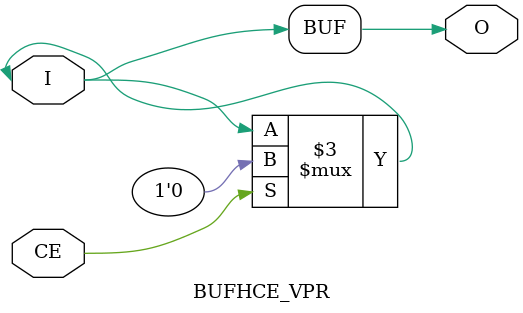
<source format=v>
module CE_VCC (output VCC);
wire VCC = 1;
endmodule

module SR_GND (output GND);
wire GND = 0;
endmodule

module SYN_OBUF(input I, output O);
  assign O = I;
endmodule

module SYN_IBUF(input I, output O);
  assign O = I;
endmodule

module FDRE_ZINI (output reg Q, input C, CE, D, R);
  parameter [0:0] ZINI = 1'b0;
  parameter [0:0] IS_C_INVERTED = 1'b0;
  initial Q <= !ZINI;
  generate case (|IS_C_INVERTED)
    1'b0: always @(posedge C) if (R) Q <= 1'b0; else if (CE) Q <= D;
    1'b1: always @(negedge C) if (R) Q <= 1'b0; else if (CE) Q <= D;
  endcase endgenerate
endmodule

module FDSE_ZINI (output reg Q, input C, CE, D, S);
  parameter [0:0] ZINI = 1'b0;
  parameter [0:0] IS_C_INVERTED = 1'b0;
  initial Q <= !ZINI;
  generate case (|IS_C_INVERTED)
    1'b0: always @(posedge C) if (S) Q <= 1'b1; else if (CE) Q <= D;
    1'b1: always @(negedge C) if (S) Q <= 1'b1; else if (CE) Q <= D;
  endcase endgenerate
endmodule

module FDCE_ZINI (output reg Q, input C, CE, D, CLR);
  parameter [0:0] ZINI = 1'b0;
  parameter [0:0] IS_C_INVERTED = 1'b0;
  initial Q <= !ZINI;
  generate case (|IS_C_INVERTED)
    1'b0: always @(posedge C, posedge CLR) if (CLR) Q <= 1'b0; else if (CE) Q <= D;
    1'b1: always @(negedge C, posedge CLR) if (CLR) Q <= 1'b0; else if (CE) Q <= D;
  endcase endgenerate
endmodule

module FDPE_ZINI (output reg Q, input C, CE, D, PRE);
  parameter [0:0] ZINI = 1'b0;
  parameter [0:0] IS_C_INVERTED = 1'b0;
  initial Q <= !ZINI;
  generate case (|IS_C_INVERTED)
    1'b0: always @(posedge C, posedge PRE) if (PRE) Q <= 1'b1; else if (CE) Q <= D;
    1'b1: always @(negedge C, posedge PRE) if (PRE) Q <= 1'b1; else if (CE) Q <= D;
  endcase endgenerate
endmodule

// ============================================================================
// LUT related muxes

module MUXF6(output O, input I0, I1, S);
  assign O = S ? I1 : I0;
endmodule

// ============================================================================
// Carry chain primitives

module CARRY4_VPR(O0, O1, O2, O3, CO_CHAIN, CO_FABRIC0, CO_FABRIC1, CO_FABRIC2, CO_FABRIC3, CYINIT, CIN, DI0, DI1, DI2, DI3, S0, S1, S2, S3);
  parameter CYINIT_AX = 1'b0;
  parameter CYINIT_C0 = 1'b0;
  parameter CYINIT_C1 = 1'b0;

  (* DELAY_CONST_CYINIT="0.491e-9" *)
  (* DELAY_CONST_CIN="0.235e-9" *)
  (* DELAY_CONST_S0="0.223e-9" *)
  output wire O0;

  (* DELAY_CONST_CYINIT="0.613e-9" *)
  (* DELAY_CONST_CIN="0.348e-9" *)
  (* DELAY_CONST_S0="0.400e-9" *)
  (* DELAY_CONST_S1="0.205e-9" *)
  (* DELAY_CONST_DI0="0.337e-9" *)
  output wire O1;

  (* DELAY_CONST_CYINIT="0.600e-9" *)
  (* DELAY_CONST_CIN="0.256e-9" *)
  (* DELAY_CONST_S0="0.523e-9" *)
  (* DELAY_CONST_S1="0.558e-9" *)
  (* DELAY_CONST_S2="0.226e-9" *)
  (* DELAY_CONST_DI0="0.486e-9" *)
  (* DELAY_CONST_DI1="0.471e-9" *)
  output wire O2;

  (* DELAY_CONST_CYINIT="0.657e-9" *)
  (* DELAY_CONST_CIN="0.329e-9" *)
  (* DELAY_CONST_S0="0.582e-9" *)
  (* DELAY_CONST_S1="0.618e-9" *)
  (* DELAY_CONST_S2="0.330e-9" *)
  (* DELAY_CONST_S3="0.227e-9" *)
  (* DELAY_CONST_DI0="0.545e-9" *)
  (* DELAY_CONST_DI1="0.532e-9" *)
  (* DELAY_CONST_DI2="0.372e-9" *)
  output wire O3;

  (* DELAY_CONST_CYINIT="0.578e-9" *)
  (* DELAY_CONST_CIN="0.293e-9" *)
  (* DELAY_CONST_S0="0.340e-9" *)
  (* DELAY_CONST_DI0="0.329e-9" *)
  output wire CO_FABRIC0;

  (* DELAY_CONST_CYINIT="0.529e-9" *)
  (* DELAY_CONST_CIN="0.178e-9" *)
  (* DELAY_CONST_S0="0.433e-9" *)
  (* DELAY_CONST_S1="0.469e-9" *)
  (* DELAY_CONST_DI0="0.396e-9" *)
  (* DELAY_CONST_DI1="0.376e-9" *)
  output wire CO_FABRIC1;

  (* DELAY_CONST_CYINIT="0.617e-9" *)
  (* DELAY_CONST_CIN="0.250e-9" *)
  (* DELAY_CONST_S0="0.512e-9" *)
  (* DELAY_CONST_S1="0.548e-9" *)
  (* DELAY_CONST_S2="0.292e-9" *)
  (* DELAY_CONST_DI0="0.474e-9" *)
  (* DELAY_CONST_DI1="0.459e-9" *)
  (* DELAY_CONST_DI2="0.289e-9" *)
  output wire CO_FABRIC2;

  (* DELAY_CONST_CYINIT="0.580e-9" *)
  (* DELAY_CONST_CIN="0.114e-9" *)
  (* DELAY_CONST_S0="0.508e-9" *)
  (* DELAY_CONST_S1="0.528e-9" *)
  (* DELAY_CONST_S2="0.376e-9" *)
  (* DELAY_CONST_S3="0.380e-9" *)
  (* DELAY_CONST_DI0="0.456e-9" *)
  (* DELAY_CONST_DI1="0.443e-9" *)
  (* DELAY_CONST_DI2="0.324e-9" *)
  (* DELAY_CONST_DI3="0.327e-9" *)
  output wire CO_FABRIC3;

  (* DELAY_CONST_CYINIT="0.580e-9" *)
  (* DELAY_CONST_CIN="0.114e-9" *)
  (* DELAY_CONST_S0="0.508e-9" *)
  (* DELAY_CONST_S1="0.528e-9" *)
  (* DELAY_CONST_S2="0.376e-9" *)
  (* DELAY_CONST_S3="0.380e-9" *)
  (* DELAY_CONST_DI0="0.456e-9" *)
  (* DELAY_CONST_DI1="0.443e-9" *)
  (* DELAY_CONST_DI2="0.324e-9" *)
  (* DELAY_CONST_DI3="0.327e-9" *)
  output wire CO_CHAIN;

  input wire DI0, DI1, DI2, DI3;
  input wire S0, S1, S2, S3;

  input wire CYINIT;
  input wire CIN;

  wire CI0;
  wire CI1;
  wire CI2;
  wire CI3;
  wire CI4;

  assign CI0 = CYINIT_AX ? CYINIT :
               CYINIT_C1 ? 1'b1 :
               CYINIT_C0 ? 1'b0 :
               CIN;
  assign CI1 = S0 ? CI0 : DI0;
  assign CI2 = S1 ? CI1 : DI1;
  assign CI3 = S2 ? CI2 : DI2;
  assign CI4 = S3 ? CI3 : DI3;

  assign CO_FABRIC0 = CI1;
  assign CO_FABRIC1 = CI2;
  assign CO_FABRIC2 = CI3;
  assign CO_FABRIC3 = CI4;

  assign O0 = CI0 ^ S0;
  assign O1 = CI1 ^ S1;
  assign O2 = CI2 ^ S2;
  assign O3 = CI3 ^ S3;

  assign CO_CHAIN = CO_FABRIC3;
endmodule

// ============================================================================
// Distributed RAMs

module DPRAM64_for_RAM128X1D (
  output O,
  input  DI, CLK, WE, WA7,
  input [5:0] A, WA
);
  parameter [63:0] INIT = 64'h0;
  parameter IS_WCLK_INVERTED = 1'b0;
  parameter HIGH_WA7_SELECT = 1'b0;
  wire [5:0] A;
  wire [5:0] WA;
  reg [63:0] mem;
  initial mem <= INIT;
  assign O = mem[A];
  wire clk = CLK ^ IS_WCLK_INVERTED;
  always @(posedge clk) if (WE & (WA7 == HIGH_WA7_SELECT)) mem[WA] <= DI;
endmodule

module DPRAM64 (
  output O,
  input  DI, CLK, WE, WA7, WA8,
  input [5:0] A, WA
);
  parameter [63:0] INIT = 64'h0;
  parameter IS_WCLK_INVERTED = 1'b0;
  parameter WA7USED = 1'b0;
  parameter WA8USED = 1'b0;
  parameter HIGH_WA7_SELECT = 1'b0;
  parameter HIGH_WA8_SELECT = 1'b0;
  wire [5:0] A;
  wire [5:0] WA;
  reg [63:0] mem;
  initial mem <= INIT;
  assign O = mem[A];
  wire clk = CLK ^ IS_WCLK_INVERTED;

  wire WA7SELECT = !WA7USED | (WA7 == HIGH_WA7_SELECT);
  wire WA8SELECT = !WA8USED | (WA8 == HIGH_WA8_SELECT);
  wire address_selected = WA7SELECT & WA8SELECT;
  always @(posedge clk) if (WE & address_selected) mem[WA] <= DI;
endmodule

module DPRAM32 (
  output O,
  input  DI, CLK, WE,
  input [4:0] A, WA
);
  parameter [31:0] INIT_00 = 32'h0;
  parameter IS_WCLK_INVERTED = 1'b0;
  wire [4:0] A;
  wire [4:0] WA;
  reg [31:0] mem;
  initial mem <= INIT_00;
  assign O = mem[A];
  wire clk = CLK ^ IS_WCLK_INVERTED;
  always @(posedge clk) if (WE) begin
    mem[WA] <= DI;
  end
endmodule

module SPRAM32 (
  output O,
  input  DI, CLK, WE,
  input [4:0] A, WA
);
  parameter [31:0] INIT_ZERO = 32'h0;
  parameter [31:0] INIT_00 = 32'h0;
  parameter IS_WCLK_INVERTED = 1'b0;
  wire [4:0] A;
  wire [4:0] WA;
  reg [31:0] mem;
  initial mem <= INIT_00;
  assign O = mem[A];
  wire clk = CLK ^ IS_WCLK_INVERTED;
  always @(posedge clk) if (WE) begin
    mem[WA] <= DI;
  end
endmodule


// To ensure that all DRAMs are co-located within a SLICEM, this block is
// a simple passthrough black box to allow a pack pattern for dual port DRAMs.
module DRAM_2_OUTPUT_STUB(
    input SPO, DPO,
    output SPO_OUT, DPO_OUT
);
  wire SPO_OUT;
  wire DPO_OUT;
  assign SPO_OUT = SPO;
  assign DPO_OUT = DPO;
endmodule

module DRAM_4_OUTPUT_STUB(
    input DOA, DOB, DOC, DOD,
    output DOA_OUT, DOB_OUT, DOC_OUT, DOD_OUT
);
  assign DOA_OUT = DOA;
  assign DOB_OUT = DOB;
  assign DOC_OUT = DOC;
  assign DOD_OUT = DOD;
endmodule

module DRAM_8_OUTPUT_STUB(
    input DOA1, DOB1, DOC1, DOD1, DOA0, DOB0, DOC0, DOD0,
    output DOA1_OUT, DOB1_OUT, DOC1_OUT, DOD1_OUT, DOA0_OUT, DOB0_OUT, DOC0_OUT, DOD0_OUT
);
  assign DOA1_OUT = DOA1;
  assign DOB1_OUT = DOB1;
  assign DOC1_OUT = DOC1;
  assign DOD1_OUT = DOD1;
  assign DOA0_OUT = DOA0;
  assign DOB0_OUT = DOB0;
  assign DOC0_OUT = DOC0;
  assign DOD0_OUT = DOD0;
endmodule

// ============================================================================
// Block RAMs

module RAMB18E1_VPR (
	input CLKARDCLK,
	input CLKBWRCLK,
	input ENARDEN,
	input ENBWREN,
	input REGCLKARDRCLK,
	input REGCEAREGCE,
	input REGCEB,
	input REGCLKB,
	input RSTRAMARSTRAM,
	input RSTRAMB,
	input RSTREGARSTREG,
	input RSTREGB,

	input [1:0]  ADDRBTIEHIGH,
	input [13:0] ADDRBWRADDR,
	input [1:0]  ADDRATIEHIGH,
	input [13:0] ADDRARDADDR,
	input [15:0] DIADI,
	input [15:0] DIBDI,
	input [1:0] DIPADIP,
	input [1:0] DIPBDIP,
	input [3:0] WEA,
	input [7:0] WEBWE,

	output [15:0] DOADO,
	output [15:0] DOBDO,
	output [1:0] DOPADOP,
	output [1:0] DOPBDOP
);
	parameter IN_USE = 1'b0;

	parameter ZINIT_A = 18'h0;
	parameter ZINIT_B = 18'h0;

	parameter ZSRVAL_A = 18'h0;
	parameter ZSRVAL_B = 18'h0;

	parameter INITP_00 = 256'h0000000000000000000000000000000000000000000000000000000000000000;
	parameter INITP_01 = 256'h0000000000000000000000000000000000000000000000000000000000000000;
	parameter INITP_02 = 256'h0000000000000000000000000000000000000000000000000000000000000000;
	parameter INITP_03 = 256'h0000000000000000000000000000000000000000000000000000000000000000;
	parameter INITP_04 = 256'h0000000000000000000000000000000000000000000000000000000000000000;
	parameter INITP_05 = 256'h0000000000000000000000000000000000000000000000000000000000000000;
	parameter INITP_06 = 256'h0000000000000000000000000000000000000000000000000000000000000000;
	parameter INITP_07 = 256'h0000000000000000000000000000000000000000000000000000000000000000;

	parameter INIT_00 = 256'h0000000000000000000000000000000000000000000000000000000000000000;
	parameter INIT_01 = 256'h0000000000000000000000000000000000000000000000000000000000000000;
	parameter INIT_02 = 256'h0000000000000000000000000000000000000000000000000000000000000000;
	parameter INIT_03 = 256'h0000000000000000000000000000000000000000000000000000000000000000;
	parameter INIT_04 = 256'h0000000000000000000000000000000000000000000000000000000000000000;
	parameter INIT_05 = 256'h0000000000000000000000000000000000000000000000000000000000000000;
	parameter INIT_06 = 256'h0000000000000000000000000000000000000000000000000000000000000000;
	parameter INIT_07 = 256'h0000000000000000000000000000000000000000000000000000000000000000;
	parameter INIT_08 = 256'h0000000000000000000000000000000000000000000000000000000000000000;
	parameter INIT_09 = 256'h0000000000000000000000000000000000000000000000000000000000000000;
	parameter INIT_0A = 256'h0000000000000000000000000000000000000000000000000000000000000000;
	parameter INIT_0B = 256'h0000000000000000000000000000000000000000000000000000000000000000;
	parameter INIT_0C = 256'h0000000000000000000000000000000000000000000000000000000000000000;
	parameter INIT_0D = 256'h0000000000000000000000000000000000000000000000000000000000000000;
	parameter INIT_0E = 256'h0000000000000000000000000000000000000000000000000000000000000000;
	parameter INIT_0F = 256'h0000000000000000000000000000000000000000000000000000000000000000;
	parameter INIT_10 = 256'h0000000000000000000000000000000000000000000000000000000000000000;
	parameter INIT_11 = 256'h0000000000000000000000000000000000000000000000000000000000000000;
	parameter INIT_12 = 256'h0000000000000000000000000000000000000000000000000000000000000000;
	parameter INIT_13 = 256'h0000000000000000000000000000000000000000000000000000000000000000;
	parameter INIT_14 = 256'h0000000000000000000000000000000000000000000000000000000000000000;
	parameter INIT_15 = 256'h0000000000000000000000000000000000000000000000000000000000000000;
	parameter INIT_16 = 256'h0000000000000000000000000000000000000000000000000000000000000000;
	parameter INIT_17 = 256'h0000000000000000000000000000000000000000000000000000000000000000;
	parameter INIT_18 = 256'h0000000000000000000000000000000000000000000000000000000000000000;
	parameter INIT_19 = 256'h0000000000000000000000000000000000000000000000000000000000000000;
	parameter INIT_1A = 256'h0000000000000000000000000000000000000000000000000000000000000000;
	parameter INIT_1B = 256'h0000000000000000000000000000000000000000000000000000000000000000;
	parameter INIT_1C = 256'h0000000000000000000000000000000000000000000000000000000000000000;
	parameter INIT_1D = 256'h0000000000000000000000000000000000000000000000000000000000000000;
	parameter INIT_1E = 256'h0000000000000000000000000000000000000000000000000000000000000000;
	parameter INIT_1F = 256'h0000000000000000000000000000000000000000000000000000000000000000;
	parameter INIT_20 = 256'h0000000000000000000000000000000000000000000000000000000000000000;
	parameter INIT_21 = 256'h0000000000000000000000000000000000000000000000000000000000000000;
	parameter INIT_22 = 256'h0000000000000000000000000000000000000000000000000000000000000000;
	parameter INIT_23 = 256'h0000000000000000000000000000000000000000000000000000000000000000;
	parameter INIT_24 = 256'h0000000000000000000000000000000000000000000000000000000000000000;
	parameter INIT_25 = 256'h0000000000000000000000000000000000000000000000000000000000000000;
	parameter INIT_26 = 256'h0000000000000000000000000000000000000000000000000000000000000000;
	parameter INIT_27 = 256'h0000000000000000000000000000000000000000000000000000000000000000;
	parameter INIT_28 = 256'h0000000000000000000000000000000000000000000000000000000000000000;
	parameter INIT_29 = 256'h0000000000000000000000000000000000000000000000000000000000000000;
	parameter INIT_2A = 256'h0000000000000000000000000000000000000000000000000000000000000000;
	parameter INIT_2B = 256'h0000000000000000000000000000000000000000000000000000000000000000;
	parameter INIT_2C = 256'h0000000000000000000000000000000000000000000000000000000000000000;
	parameter INIT_2D = 256'h0000000000000000000000000000000000000000000000000000000000000000;
	parameter INIT_2E = 256'h0000000000000000000000000000000000000000000000000000000000000000;
	parameter INIT_2F = 256'h0000000000000000000000000000000000000000000000000000000000000000;
	parameter INIT_30 = 256'h0000000000000000000000000000000000000000000000000000000000000000;
	parameter INIT_31 = 256'h0000000000000000000000000000000000000000000000000000000000000000;
	parameter INIT_32 = 256'h0000000000000000000000000000000000000000000000000000000000000000;
	parameter INIT_33 = 256'h0000000000000000000000000000000000000000000000000000000000000000;
	parameter INIT_34 = 256'h0000000000000000000000000000000000000000000000000000000000000000;
	parameter INIT_35 = 256'h0000000000000000000000000000000000000000000000000000000000000000;
	parameter INIT_36 = 256'h0000000000000000000000000000000000000000000000000000000000000000;
	parameter INIT_37 = 256'h0000000000000000000000000000000000000000000000000000000000000000;
	parameter INIT_38 = 256'h0000000000000000000000000000000000000000000000000000000000000000;
	parameter INIT_39 = 256'h0000000000000000000000000000000000000000000000000000000000000000;
	parameter INIT_3A = 256'h0000000000000000000000000000000000000000000000000000000000000000;
	parameter INIT_3B = 256'h0000000000000000000000000000000000000000000000000000000000000000;
	parameter INIT_3C = 256'h0000000000000000000000000000000000000000000000000000000000000000;
	parameter INIT_3D = 256'h0000000000000000000000000000000000000000000000000000000000000000;
	parameter INIT_3E = 256'h0000000000000000000000000000000000000000000000000000000000000000;
	parameter INIT_3F = 256'h0000000000000000000000000000000000000000000000000000000000000000;

	parameter ZINV_CLKARDCLK = 1'b1;
	parameter ZINV_CLKBWRCLK = 1'b1;
	parameter ZINV_ENARDEN = 1'b1;
	parameter ZINV_ENBWREN = 1'b1;
	parameter ZINV_RSTRAMARSTRAM = 1'b1;
	parameter ZINV_RSTRAMB = 1'b1;
	parameter ZINV_RSTREGARSTREG = 1'b1;
	parameter ZINV_RSTREGB = 1'b1;
	parameter ZINV_REGCLKARDRCLK = 1'b1;
	parameter ZINV_REGCLKB = 1'b1;

	parameter DOA_REG = 1'b0;
	parameter DOB_REG = 1'b0;

	parameter integer SDP_READ_WIDTH_36 = 1'b0;
	parameter integer Y0_READ_WIDTH_A_18 = 1'b0;
	parameter integer Y1_READ_WIDTH_A_18 = 1'b0;
	parameter integer READ_WIDTH_A_9 = 1'b0;
	parameter integer READ_WIDTH_A_4 = 1'b0;
	parameter integer READ_WIDTH_A_2 = 1'b0;
	parameter integer Y0_READ_WIDTH_A_1 = 1'b0;
	parameter integer Y1_READ_WIDTH_A_1 = 1'b0;
	parameter integer READ_WIDTH_B_18 = 1'b0;
	parameter integer READ_WIDTH_B_9 = 1'b0;
	parameter integer READ_WIDTH_B_4 = 1'b0;
	parameter integer READ_WIDTH_B_2 = 1'b0;
	parameter integer READ_WIDTH_B_1 = 1'b1;

	parameter integer SDP_WRITE_WIDTH_36 = 1'b0;
	parameter integer WRITE_WIDTH_A_18 = 1'b0;
	parameter integer WRITE_WIDTH_A_9 = 1'b0;
	parameter integer WRITE_WIDTH_A_4 = 1'b0;
	parameter integer WRITE_WIDTH_A_2 = 1'b0;
	parameter integer WRITE_WIDTH_A_1 = 1'b1;
	parameter integer WRITE_WIDTH_B_18 = 1'b0;
	parameter integer WRITE_WIDTH_B_9 = 1'b0;
	parameter integer WRITE_WIDTH_B_4 = 1'b0;
	parameter integer WRITE_WIDTH_B_2 = 1'b0;
	parameter integer WRITE_WIDTH_B_1 = 1'b1;

	parameter WRITE_MODE_A_NO_CHANGE = 1'b0;
	parameter WRITE_MODE_A_READ_FIRST = 1'b0;
	parameter WRITE_MODE_B_NO_CHANGE = 1'b0;
	parameter WRITE_MODE_B_READ_FIRST = 1'b0;
endmodule

module RAMB36E1_PRIM (
        input CLKARDCLKU,           input CLKARDCLKL,
        input CLKBWRCLKU,           input CLKBWRCLKL,
        input ENARDENU,             input ENARDENL,
        input ENBWRENU,             input ENBWRENL,
        input REGCLKARDRCLKU,       input REGCLKARDRCLKL,
        input REGCEAREGCEU,         input REGCEAREGCEL,
        input REGCEBU,              input REGCEBL,
        input REGCLKBU,             input REGCLKBK,
        input RSTRAMARSTRAMU,       input RSTRAMARSTRAMLRST,
        input RSTRAMBU,             input RSTRAMBL,
        input RSTREGARSTREGU,       input RSTREGARSTREGL,
        input RSTREGBU,             input RSTREGBL,

        input [14:0] ADDRBWRADDRU,  input [15:0] ADDRBWRADDRL,
        input [14:0] ADDRARDADDRU,  input [15:0] ADDRARDADDRL,
        input [31:0] DIADI,
        input [31:0] DIBDI,
        input [3:0] DIPADIP,
        input [3:0] DIPBDIP,
        input [3:0] WEAU,           input [3:0] WEAL,
        input [7:0] WEBWEU,         input [7:0] WEBWEL,

        output [31:0] DOADO,
        output [31:0] DOBDO,
        output [3:0] DOPADOP,
        output [3:0] DOPBDOP
);
        parameter IN_USE = 1'b0;

        parameter ZINIT_A = 36'h0;
        parameter ZINIT_B = 36'h0;

        parameter ZSRVAL_A = 36'h0;
        parameter ZSRVAL_B = 36'h0;

        `define INIT_BLOCK(pre) \
        parameter ``pre``0 = 256'h0000000000000000000000000000000000000000000000000000000000000000; \
        parameter ``pre``1 = 256'h0000000000000000000000000000000000000000000000000000000000000000; \
        parameter ``pre``2 = 256'h0000000000000000000000000000000000000000000000000000000000000000; \
        parameter ``pre``3 = 256'h0000000000000000000000000000000000000000000000000000000000000000; \
        parameter ``pre``4 = 256'h0000000000000000000000000000000000000000000000000000000000000000; \
        parameter ``pre``5 = 256'h0000000000000000000000000000000000000000000000000000000000000000; \
        parameter ``pre``6 = 256'h0000000000000000000000000000000000000000000000000000000000000000; \
        parameter ``pre``7 = 256'h0000000000000000000000000000000000000000000000000000000000000000; \
        parameter ``pre``8 = 256'h0000000000000000000000000000000000000000000000000000000000000000; \
        parameter ``pre``9 = 256'h0000000000000000000000000000000000000000000000000000000000000000; \
        parameter ``pre``A = 256'h0000000000000000000000000000000000000000000000000000000000000000; \
        parameter ``pre``B = 256'h0000000000000000000000000000000000000000000000000000000000000000; \
        parameter ``pre``C = 256'h0000000000000000000000000000000000000000000000000000000000000000; \
        parameter ``pre``D = 256'h0000000000000000000000000000000000000000000000000000000000000000; \
        parameter ``pre``E = 256'h0000000000000000000000000000000000000000000000000000000000000000; \
        parameter ``pre``F = 256'h0000000000000000000000000000000000000000000000000000000000000000

        `INIT_BLOCK(INITP_0);
        `INIT_BLOCK(INIT_1);
        `INIT_BLOCK(INIT_2);
        `INIT_BLOCK(INIT_3);
        `INIT_BLOCK(INIT_4);
        `INIT_BLOCK(INIT_5);
        `INIT_BLOCK(INIT_6);
        `INIT_BLOCK(INIT_7);
        `undef INIT_BLOCK

        parameter ZINV_CLKARDCLK = 1'b1;
        parameter ZINV_CLKBWRCLK = 1'b1;
        parameter ZINV_ENARDEN = 1'b1;
        parameter ZINV_ENBWREN = 1'b1;
        parameter ZINV_RSTRAMARSTRAM = 1'b1;
        parameter ZINV_RSTRAMB = 1'b1;
        parameter ZINV_RSTREGARSTREG = 1'b1;
        parameter ZINV_RSTREGB = 1'b1;
        parameter ZINV_REGCLKARDRCLK = 1'b1;
        parameter ZINV_REGCLKB = 1'b1;

        parameter DOA_REG = 1'b0;
        parameter DOB_REG = 1'b0;

        parameter integer SDP_READ_WIDTH_72 = 1'b0;
        parameter integer READ_WIDTH_A_36 = 1'b0;
        parameter integer READ_WIDTH_A_18 = 1'b0;
        parameter integer READ_WIDTH_A_9 = 1'b0;
        parameter integer READ_WIDTH_A_4 = 1'b0;
        parameter integer READ_WIDTH_A_2 = 1'b0;
        parameter integer READ_WIDTH_A_1 = 1'b1;
        parameter integer READ_WIDTH_B_18 = 1'b0;
        parameter integer READ_WIDTH_B_9 = 1'b0;
        parameter integer READ_WIDTH_B_4 = 1'b0;
        parameter integer READ_WIDTH_B_2 = 1'b0;
        parameter integer READ_WIDTH_B_1 = 1'b1;

        parameter integer SDP_WRITE_WIDTH_72 = 1'b0;
        parameter integer WRITE_WIDTH_A_36 = 1'b0;
        parameter integer WRITE_WIDTH_A_18 = 1'b0;
        parameter integer WRITE_WIDTH_A_9 = 1'b0;
        parameter integer WRITE_WIDTH_A_4 = 1'b0;
        parameter integer WRITE_WIDTH_A_2 = 1'b0;
        parameter integer WRITE_WIDTH_A_1 = 1'b1;
        parameter integer WRITE_WIDTH_B_18 = 1'b0;
        parameter integer WRITE_WIDTH_B_9 = 1'b0;
        parameter integer WRITE_WIDTH_B_4 = 1'b0;
        parameter integer WRITE_WIDTH_B_2 = 1'b0;
        parameter integer WRITE_WIDTH_B_1 = 1'b1;

        parameter WRITE_MODE_A_NO_CHANGE = 1'b0;
        parameter WRITE_MODE_A_READ_FIRST = 1'b0;
        parameter WRITE_MODE_B_NO_CHANGE = 1'b0;
        parameter WRITE_MODE_B_READ_FIRST = 1'b0;
endmodule

// ============================================================================
// SRLs

// SRLC32E_VPR
module SRLC32E_VPR
(
input CLK, CE, D,
input [4:0] A,
output Q, Q31
);
  parameter [64:0] INIT = 64'd0;
  parameter [0:0] IS_CLK_INVERTED = 1'b0;

  reg [31:0] r;
  integer i;

  initial for (i=0; i<32; i=i+1)
    r[i] <= INIT[2*i];

  assign Q31 = r[31];
  assign Q = r[A];

  generate begin
    if (IS_CLK_INVERTED) begin
      always @(negedge CLK) if (CE) r <= { r[30:0], D };
    end else begin
      always @(posedge CLK) if (CE) r <= { r[30:0], D };
    end
  end endgenerate

endmodule

// SRLC16E_VPR
module SRLC16E_VPR
(
input CLK, CE, D,
input A0, A1, A2, A3,
output Q, Q15
);
  parameter [15:0] INIT = 16'd0;
  parameter [0:0] IS_CLK_INVERTED = 1'b0;

  reg [15:0] r = INIT;

  assign Q15 = r[15];
  assign Q = r[{A3,A2,A1,A0}];

  generate
    if (IS_CLK_INVERTED) begin
      always @(negedge CLK) if (CE) r <= { r[14:0], D };
    end else begin
      always @(posedge CLK) if (CE) r <= { r[14:0], D };
    end
  endgenerate

endmodule

// ============================================================================
// IO

module IBUF_VPR (
	input I,
	output O
);

  parameter [0:0] LVCMOS12_LVCMOS15_LVCMOS18_IN = 1'b0;
  parameter [0:0] LVCMOS12_LVCMOS15_LVCMOS18_LVCMOS25_LVCMOS33_LVTTL_SLEW_FAST = 1'b0;
  parameter [0:0] LVCMOS12_LVCMOS15_LVCMOS18_LVCMOS25_LVCMOS33_LVTTL_SSTL135_SSTL15_IN_ONLY = 1'b0;
  parameter [0:0] LVCMOS12_LVCMOS15_LVCMOS18_SSTL135_SSTL15_STEPDOWN = 1'b0;
  parameter [0:0] LVCMOS25_LVCMOS33_LVTTL_IN = 1'b0;
  parameter [0:0] SSTL135_SSTL15_IN = 1'b0;

  parameter [0:0] IN_TERM_UNTUNED_SPLIT_40 = 1'b0;
  parameter [0:0] IN_TERM_UNTUNED_SPLIT_50 = 1'b0;
  parameter [0:0] IN_TERM_UNTUNED_SPLIT_60 = 1'b0;

  parameter [0:0] IBUF_LOW_PWR = 1'b0;

  parameter [0:0] PULLTYPE_PULLUP = 1'b0;
  parameter [0:0] PULLTYPE_PULLDOWN = 1'b0;
  parameter [0:0] PULLTYPE_NONE = 1'b0;
  parameter [0:0] PULLTYPE_KEEPER = 1'b0;

  parameter PULLTYPE = "";

  parameter IOSTANDARD = "";

  assign O = I;

endmodule

module OBUF_VPR (
	input I,
	output O
);

  parameter [0:0] LVCMOS12_DRIVE_I12 = 1'b0;
  parameter [0:0] LVCMOS12_DRIVE_I4 = 1'b0;
  parameter [0:0] LVCMOS12_LVCMOS15_LVCMOS18_LVCMOS25_LVCMOS33_LVTTL_SLEW_FAST = 1'b0;
  parameter [0:0] LVCMOS12_LVCMOS15_LVCMOS18_LVCMOS25_LVCMOS33_LVTTL_SSTL135_SSTL15_SLEW_SLOW = 1'b0;
  parameter [0:0] LVCMOS12_LVCMOS15_LVCMOS18_SSTL135_SSTL15_STEPDOWN = 1'b0;
  parameter [0:0] LVCMOS12_LVCMOS25_DRIVE_I8 = 1'b0;
  parameter [0:0] LVCMOS15_DRIVE_I12 = 1'b0;
  parameter [0:0] LVCMOS15_DRIVE_I8 = 1'b0;
  parameter [0:0] LVCMOS15_LVCMOS18_LVCMOS25_DRIVE_I4 = 1'b0;
  parameter [0:0] LVCMOS15_SSTL15_DRIVE_I16_I_FIXED = 1'b0;
  parameter [0:0] LVCMOS18_DRIVE_I12_I8 = 1'b0;
  parameter [0:0] LVCMOS18_DRIVE_I16 = 1'b0;
  parameter [0:0] LVCMOS18_DRIVE_I24 = 1'b0;
  parameter [0:0] LVCMOS25_DRIVE_I12 = 1'b0;
  parameter [0:0] LVCMOS25_DRIVE_I16 = 1'b0;
  parameter [0:0] LVCMOS33_DRIVE_I16 = 1'b0;
  parameter [0:0] LVCMOS33_LVTTL_DRIVE_I12_I16 = 1'b0;
  parameter [0:0] LVCMOS33_LVTTL_DRIVE_I12_I8 = 1'b0;
  parameter [0:0] LVCMOS33_LVTTL_DRIVE_I4 = 1'b0;
  parameter [0:0] LVTTL_DRIVE_I24 = 1'b0;
  parameter [0:0] SSTL135_DRIVE_I_FIXED = 1'b0;
  parameter [0:0] SSTL135_SSTL15_SLEW_FAST = 1'b0;

  parameter [0:0] PULLTYPE_PULLUP = 1'b0;
  parameter [0:0] PULLTYPE_PULLDOWN = 1'b0;
  parameter [0:0] PULLTYPE_NONE = 1'b0;
  parameter [0:0] PULLTYPE_KEEPER = 1'b0;

  parameter PULLTYPE = "";

  parameter IOSTANDARD = "";
  parameter DRIVE = 0;
  parameter SLEW = "";

  assign O = I;

endmodule


module IOBUF_VPR (
    input  I,
    input  T,
    output O,
    input  IOPAD_$inp,
    output IOPAD_$out
);

  parameter [0:0] LVCMOS12_DRIVE_I12 = 1'b0;
  parameter [0:0] LVCMOS12_DRIVE_I4 = 1'b0;
  parameter [0:0] LVCMOS12_LVCMOS15_LVCMOS18_IN = 1'b0;
  parameter [0:0] LVCMOS12_LVCMOS15_LVCMOS18_LVCMOS25_LVCMOS33_LVTTL_SLEW_FAST = 1'b0;
  parameter [0:0] LVCMOS12_LVCMOS15_LVCMOS18_LVCMOS25_LVCMOS33_LVTTL_SSTL135_SSTL15_SLEW_SLOW = 1'b0;
  parameter [0:0] LVCMOS12_LVCMOS15_LVCMOS18_SSTL135_SSTL15_STEPDOWN = 1'b0;
  parameter [0:0] LVCMOS12_LVCMOS25_DRIVE_I8 = 1'b0;
  parameter [0:0] LVCMOS15_DRIVE_I12 = 1'b0;
  parameter [0:0] LVCMOS15_DRIVE_I8 = 1'b0;
  parameter [0:0] LVCMOS15_LVCMOS18_LVCMOS25_DRIVE_I4 = 1'b0;
  parameter [0:0] LVCMOS15_SSTL15_DRIVE_I16_I_FIXED = 1'b0;
  parameter [0:0] LVCMOS18_DRIVE_I12_I8 = 1'b0;
  parameter [0:0] LVCMOS18_DRIVE_I16 = 1'b0;
  parameter [0:0] LVCMOS18_DRIVE_I24 = 1'b0;
  parameter [0:0] LVCMOS25_DRIVE_I12 = 1'b0;
  parameter [0:0] LVCMOS25_DRIVE_I16 = 1'b0;
  parameter [0:0] LVCMOS25_LVCMOS33_LVTTL_IN = 1'b0;
  parameter [0:0] LVCMOS33_DRIVE_I16 = 1'b0;
  parameter [0:0] LVCMOS33_LVTTL_DRIVE_I12_I16 = 1'b0;
  parameter [0:0] LVCMOS33_LVTTL_DRIVE_I12_I8 = 1'b0;
  parameter [0:0] LVCMOS33_LVTTL_DRIVE_I4 = 1'b0;
  parameter [0:0] LVTTL_DRIVE_I24 = 1'b0;
  parameter [0:0] SSTL135_DRIVE_I_FIXED = 1'b0;
  parameter [0:0] SSTL135_SSTL15_IN = 1'b0;
  parameter [0:0] SSTL135_SSTL15_SLEW_FAST = 1'b0;

  parameter [0:0] IN_TERM_UNTUNED_SPLIT_40 = 1'b0;
  parameter [0:0] IN_TERM_UNTUNED_SPLIT_50 = 1'b0;
  parameter [0:0] IN_TERM_UNTUNED_SPLIT_60 = 1'b0;

  parameter [0:0] IBUF_LOW_PWR = 1'b0;

  parameter [0:0] PULLTYPE_PULLUP = 1'b0;
  parameter [0:0] PULLTYPE_PULLDOWN = 1'b0;
  parameter [0:0] PULLTYPE_NONE = 1'b0;
  parameter [0:0] PULLTYPE_KEEPER = 1'b0;

  parameter PULLTYPE = "";

  parameter IOSTANDARD = "";
  parameter DRIVE = 0;
  parameter SLEW = "";

  assign O = IOPAD_$inp;
  assign IOPAD_$out = (T == 1'b0) ? I : 1'bz;

endmodule


module OBUFTDS_M_VPR (
    input  I,
    input  T,
    output O,
    output OB
);

  parameter [0:0] LVCMOS12_LVCMOS15_LVCMOS18_LVCMOS25_LVCMOS33_LVTTL_SSTL135_SSTL15_SLEW_SLOW = 1'b0;
  parameter [0:0] LVCMOS12_LVCMOS15_LVCMOS18_SSTL135_SSTL15_STEPDOWN = 1'b0;
  parameter [0:0] LVCMOS15_SSTL15_DRIVE_I16_I_FIXED = 1'b0;
  parameter [0:0] SSTL135_DRIVE_I_FIXED = 1'b0;
  parameter [0:0] SSTL135_SSTL15_SLEW_FAST = 1'b0;

  parameter [0:0] IN_TERM_UNTUNED_SPLIT_40 = 1'b0;
  parameter [0:0] IN_TERM_UNTUNED_SPLIT_50 = 1'b0;
  parameter [0:0] IN_TERM_UNTUNED_SPLIT_60 = 1'b0;

  parameter [0:0] PULLTYPE_PULLUP = 1'b0;
  parameter [0:0] PULLTYPE_PULLDOWN = 1'b0;
  parameter [0:0] PULLTYPE_NONE = 1'b0;
  parameter [0:0] PULLTYPE_KEEPER = 1'b0;

  parameter PULLTYPE = "";

  parameter IOSTANDARD = "";
  parameter SLEW = "";

  assign O  = (T == 1'b0) ?  I : 1'bz;
  assign OB = (T == 1'b0) ? !I : 1'bz;

endmodule

module OBUFTDS_S_VPR (
    input  IB,
    output OB
);

  parameter [0:0] LVCMOS12_LVCMOS15_LVCMOS18_LVCMOS25_LVCMOS33_LVTTL_SSTL135_SSTL15_SLEW_SLOW = 1'b0;
  parameter [0:0] LVCMOS12_LVCMOS15_LVCMOS18_SSTL135_SSTL15_STEPDOWN = 1'b0;
  parameter [0:0] LVCMOS15_SSTL15_DRIVE_I16_I_FIXED = 1'b0;
  parameter [0:0] SSTL135_DRIVE_I_FIXED = 1'b0;
  parameter [0:0] SSTL135_SSTL15_SLEW_FAST = 1'b0;

  parameter [0:0] IN_TERM_UNTUNED_SPLIT_40 = 1'b0;
  parameter [0:0] IN_TERM_UNTUNED_SPLIT_50 = 1'b0;
  parameter [0:0] IN_TERM_UNTUNED_SPLIT_60 = 1'b0;

  parameter [0:0] PULLTYPE_PULLUP = 1'b0;
  parameter [0:0] PULLTYPE_PULLDOWN = 1'b0;
  parameter [0:0] PULLTYPE_NONE = 1'b0;
  parameter [0:0] PULLTYPE_KEEPER = 1'b0;

  parameter PULLTYPE = "";

  parameter IOSTANDARD = "";
  parameter SLEW = "";

  assign OB = IB;

endmodule


module IOBUFDS_M_VPR (
    input  I,
    input  T,
    output O,
    input  IOPAD_$inp,
    output IOPAD_$out,
    input  IB,
    output OB
);

  parameter [0:0] LVCMOS12_LVCMOS15_LVCMOS18_LVCMOS25_LVCMOS33_LVTTL_SSTL135_SSTL15_SLEW_SLOW = 1'b0;
  parameter [0:0] LVCMOS12_LVCMOS15_LVCMOS18_SSTL135_SSTL15_STEPDOWN = 1'b0;
  parameter [0:0] LVCMOS15_SSTL15_DRIVE_I16_I_FIXED = 1'b0;
  parameter [0:0] SSTL135_DRIVE_I_FIXED = 1'b0;
  parameter [0:0] SSTL135_SSTL15_IN_DIFF = 1'b0;
  parameter [0:0] SSTL135_SSTL15_SLEW_FAST = 1'b0;

  parameter [0:0] IN_TERM_UNTUNED_SPLIT_40 = 1'b0;
  parameter [0:0] IN_TERM_UNTUNED_SPLIT_50 = 1'b0;
  parameter [0:0] IN_TERM_UNTUNED_SPLIT_60 = 1'b0;

  parameter [0:0] PULLTYPE_PULLUP = 1'b0;
  parameter [0:0] PULLTYPE_PULLDOWN = 1'b0;
  parameter [0:0] PULLTYPE_NONE = 1'b0;
  parameter [0:0] PULLTYPE_KEEPER = 1'b0;

  parameter PULLTYPE = "";

  parameter IOSTANDARD = "";
  parameter SLEW = "";

  reg O;
  always @(*) case ({IB, IOPAD_$inp})
  2'b00: O <= 1'bX;
  2'b01: O <= 1'b1;
  2'b10: O <= 1'b0;
  2'b11: O <= 1'bX;
  endcase

  assign IOPAD_$out = (T == 1'b0) ?  I : 1'bz;
  assign OB         = (T == 1'b0) ? !I : 1'bz;

endmodule

module IOBUFDS_S_VPR (
    input  IB,
    output OB,
    input  IOPAD_$inp,
    output IOPAD_$out
);

  parameter [0:0] LVCMOS12_LVCMOS15_LVCMOS18_LVCMOS25_LVCMOS33_LVTTL_SSTL135_SSTL15_SLEW_SLOW = 1'b0;
  parameter [0:0] LVCMOS12_LVCMOS15_LVCMOS18_SSTL135_SSTL15_STEPDOWN = 1'b0;
  parameter [0:0] LVCMOS15_SSTL15_DRIVE_I16_I_FIXED = 1'b0;
  parameter [0:0] SSTL135_DRIVE_I_FIXED = 1'b0;
  parameter [0:0] SSTL135_SSTL15_IN_DIFF = 1'b0;
  parameter [0:0] SSTL135_SSTL15_SLEW_FAST = 1'b0;

  parameter [0:0] IN_TERM_UNTUNED_SPLIT_40 = 1'b0;
  parameter [0:0] IN_TERM_UNTUNED_SPLIT_50 = 1'b0;
  parameter [0:0] IN_TERM_UNTUNED_SPLIT_60 = 1'b0;

  parameter [0:0] PULLTYPE_PULLUP = 1'b0;
  parameter [0:0] PULLTYPE_PULLDOWN = 1'b0;
  parameter [0:0] PULLTYPE_NONE = 1'b0;
  parameter [0:0] PULLTYPE_KEEPER = 1'b0;

  parameter PULLTYPE = "";

  parameter IOSTANDARD = "";
  parameter SLEW = "";

  assign IOPAD_$out = IB;
  assign OB = IOPAD_$inp;

endmodule

// ============================================================================
// I/OSERDES

module OSERDESE2_VPR (
  input CLK,
  input CLKDIV,
  input D1,
  input D2,
  input D3,
  input D4,
  input D5,
  input D6,
  input D7,
  input D8,
  input OCE,
  input RST,
  input T1,
  input T2,
  input T3,
  input T4,
  input TCE,
  output OFB,
  output OQ,
  output TFB,
  output TQ
);

  parameter [0:0] SERDES_MODE_SLAVE = 1'b0;

  parameter [0:0] TRISTATE_WIDTH_W4 = 1'b0;

  parameter [0:0] DATA_RATE_OQ_DDR = 1'b0;
  parameter [0:0] DATA_RATE_OQ_SDR = 1'b0;
  parameter [0:0] DATA_RATE_TQ_BUF = 1'b0;
  parameter [0:0] DATA_RATE_TQ_DDR = 1'b0;
  parameter [0:0] DATA_RATE_TQ_SDR = 1'b0;

  parameter [0:0] DATA_WIDTH_DDR_W6_8 = 1'b0;
  parameter [0:0] DATA_WIDTH_SDR_W2_4_5_6 = 1'b0;

  parameter [0:0] DATA_WIDTH_W2 = 1'b0;
  parameter [0:0] DATA_WIDTH_W3 = 1'b0;
  parameter [0:0] DATA_WIDTH_W4 = 1'b0;
  parameter [0:0] DATA_WIDTH_W5 = 1'b0;
  parameter [0:0] DATA_WIDTH_W6 = 1'b0;
  parameter [0:0] DATA_WIDTH_W7 = 1'b0;
  parameter [0:0] DATA_WIDTH_W8 = 1'b0;

  // Inverter parameters
  parameter [0:0] IS_CLKDIV_INVERTED = 1'b0;
  parameter [0:0] IS_D1_INVERTED = 1'b0;
  parameter [0:0] IS_D2_INVERTED = 1'b0;
  parameter [0:0] IS_D3_INVERTED = 1'b0;
  parameter [0:0] IS_D4_INVERTED = 1'b0;
  parameter [0:0] IS_D5_INVERTED = 1'b0;
  parameter [0:0] IS_D6_INVERTED = 1'b0;
  parameter [0:0] IS_D7_INVERTED = 1'b0;
  parameter [0:0] IS_D8_INVERTED = 1'b0;

  parameter [0:0] ZINV_CLK = 1'b0;
  parameter [0:0] ZINV_T1 = 1'b0;
  parameter [0:0] ZINV_T2 = 1'b0;
  parameter [0:0] ZINV_T3 = 1'b0;
  parameter [0:0] ZINV_T4 = 1'b0;

  parameter [0:0] ZINIT_OQ = 1'b0;
  parameter [0:0] ZINIT_TQ = 1'b0;
  parameter [0:0] ZSRVAL_OQ = 1'b0;
  parameter [0:0] ZSRVAL_TQ = 1'b0;
endmodule

module ISERDESE2_IDELAY_VPR (
  input  BITSLIP,
  input  CE1,
  input  CE2,
  input  CLK,
  input  CLKB,
  input  CLKDIV,
  input  RST,
  input  DDLY,
  output Q1,
  output Q2,
  output Q3,
  output Q4,
  output Q5,
  output Q6,
  output Q7,
  output Q8
  );

  parameter [0:0] DATA_RATE_SDR = 1'b0;
  parameter [0:0] DATA_WIDTH_W3 = 1'b0;
  parameter [0:0] DATA_WIDTH_W4_6 = 1'b0;
  parameter [0:0] DATA_WIDTH_W5_7 = 1'b0;
  parameter [0:0] DATA_WIDTH_W8 = 1'b0;
  parameter [0:0] INTERFACE_TYPE_MEMORY_DDR3 = 1'b0;
  parameter [0:0] INTERFACE_TYPE_NOT_MEMORY  = 1'b0;
  parameter [0:0] INTERFACE_TYPE_OVERSAMPLE  = 1'b0;
  parameter [0:0] INTERFACE_TYPE_Z_MEMORY    = 1'b0;
  parameter [0:0] NUM_CE_N2 = 1'b0;

  parameter [0:0] IOBDELAY_IFD = 1'b0;
  parameter [0:0] IOBDELAY_IBUF = 1'b0;

  parameter [0:0] ZINIT_Q1 = 1'b0;
  parameter [0:0] ZINIT_Q2 = 1'b0;
  parameter [0:0] ZINIT_Q3 = 1'b0;
  parameter [0:0] ZINIT_Q4 = 1'b0;

  parameter [0:0] ZSRVAL_Q1 = 1'b0;
  parameter [0:0] ZSRVAL_Q2 = 1'b0;
  parameter [0:0] ZSRVAL_Q3 = 1'b0;
  parameter [0:0] ZSRVAL_Q4 = 1'b0;

  parameter [0:0] ZINV_D = 1'b0;
  parameter [0:0] ZINV_C = 1'b0;

endmodule

module ISERDESE2_NO_IDELAY_VPR (
  input  BITSLIP,
  input  CE1,
  input  CE2,
  input  CLK,
  input  CLKB,
  input  CLKDIV,
  input  RST,
  input  D,
  output Q1,
  output Q2,
  output Q3,
  output Q4,
  output Q5,
  output Q6,
  output Q7,
  output Q8
  );

  parameter [0:0] DATA_RATE_SDR = 1'b0;
  parameter [0:0] DATA_WIDTH_W3 = 1'b0;
  parameter [0:0] DATA_WIDTH_W4_6 = 1'b0;
  parameter [0:0] DATA_WIDTH_W5_7 = 1'b0;
  parameter [0:0] DATA_WIDTH_W8 = 1'b0;
  parameter [0:0] INTERFACE_TYPE_MEMORY_DDR3 = 1'b0;
  parameter [0:0] INTERFACE_TYPE_NOT_MEMORY  = 1'b0;
  parameter [0:0] INTERFACE_TYPE_OVERSAMPLE  = 1'b0;
  parameter [0:0] INTERFACE_TYPE_Z_MEMORY    = 1'b0;
  parameter [0:0] NUM_CE_N2 = 1'b0;

  parameter [0:0] IOBDELAY_IFD = 1'b0;
  parameter [0:0] IOBDELAY_IBUF = 1'b0;

  parameter [0:0] ZINIT_Q1 = 1'b0;
  parameter [0:0] ZINIT_Q2 = 1'b0;
  parameter [0:0] ZINIT_Q3 = 1'b0;
  parameter [0:0] ZINIT_Q4 = 1'b0;

  parameter [0:0] ZSRVAL_Q1 = 1'b0;
  parameter [0:0] ZSRVAL_Q2 = 1'b0;
  parameter [0:0] ZSRVAL_Q3 = 1'b0;
  parameter [0:0] ZSRVAL_Q4 = 1'b0;

  parameter [0:0] ZINV_D = 1'b0;
  parameter [0:0] ZINV_C = 1'b0;

endmodule

module IDELAYE2_VPR (
  input C,
  input CE,
  input CINVCTRL,
  input CNTVALUEIN0,
  input CNTVALUEIN1,
  input CNTVALUEIN2,
  input CNTVALUEIN3,
  input CNTVALUEIN4,
  input DATAIN,
  input IDATAIN,
  input INC,
  input LD,
  input LDPIPEEN,
  input REGRST,

  output CNTVALUEOUT0,
  output CNTVALUEOUT1,
  output CNTVALUEOUT2,
  output CNTVALUEOUT3,
  output CNTVALUEOUT4,
  output DATAOUT
  );

  parameter [0:0] IN_USE = 1'b0;

  parameter [4:0] IDELAY_VALUE = 5'b00000;
  parameter [4:0] ZIDELAY_VALUE = 5'b11111;

  parameter [0:0] PIPE_SEL = 1'b0;
  parameter [0:0] CINVCTRL_SEL = 1'b0;
  parameter [0:0] DELAY_SRC_DATAIN = 1'b0;
  parameter [0:0] DELAY_SRC_IDATAIN = 1'b0;
  parameter [0:0] HIGH_PERFORMANCE_MODE = 1'b0;

  parameter [0:0] DELAY_TYPE_FIXED = 1'b0;
  parameter [0:0] DELAY_TYPE_VAR_LOAD = 1'b0;
  parameter [0:0] DELAY_TYPE_VARIABLE = 1'b0;

  parameter [0:0] IS_DATAIN_INVERTED = 1'b0;
  parameter [0:0] IS_IDATAIN_INVERTED = 1'b0;

endmodule

// ============================================================================
// Clock Buffers

// BUFGCTRL_VPR
module BUFGCTRL_VPR
(
output O,
input I0, input I1,
input S0, input S1,
input CE0, input CE1,
input IGNORE0, input IGNORE1
);

  parameter [0:0] INIT_OUT = 1'b0;
  parameter [0:0] ZPRESELECT_I0 = 1'b0;
  parameter [0:0] ZPRESELECT_I1 = 1'b0;
  parameter [0:0] ZINV_CE0 = 1'b0;
  parameter [0:0] ZINV_CE1 = 1'b0;
  parameter [0:0] ZINV_S0 = 1'b0;
  parameter [0:0] ZINV_S1 = 1'b0;
  parameter [0:0] IS_IGNORE0_INVERTED = 1'b0;
  parameter [0:0] IS_IGNORE1_INVERTED = 1'b0;

  wire I0_internal = ((CE0 ^ !ZINV_CE0) ? I0 : INIT_OUT);
  wire I1_internal = ((CE1 ^ !ZINV_CE1) ? I1 : INIT_OUT);
  wire S0_true = (S0 ^ !ZINV_S0);
  wire S1_true = (S1 ^ !ZINV_S1);

  assign O = S0_true ? I0_internal : (S1_true ? I1_internal : INIT_OUT);

endmodule

// BUFHCE_VPR
module BUFHCE_VPR
(
output O,
input I,
input CE
);

  parameter [0:0] INIT_OUT = 1'b0;
  parameter CE_TYPE = "SYNC";
  parameter [0:0] ZINV_CE = 1'b0;

  wire I = ((CE ^ !ZINV_CE) ? I : INIT_OUT);

  assign O = I;

endmodule

// ============================================================================
// CMT

// PLLE2_ADV_VPR
(* blackbox *)
module PLLE2_ADV_VPR
(
input         CLKFBIN,
input         CLKIN1,
input         CLKIN2,
input         CLKINSEL,

output        CLKFBOUT,
output        CLKOUT0,
output        CLKOUT1,
output        CLKOUT2,
output        CLKOUT3,
output        CLKOUT4,
output        CLKOUT5,

input         PWRDWN,
input         RST,
output        LOCKED,

input         DCLK,
input         DEN,
input         DWE,
output        DRDY,
input  [ 6:0] DADDR,
input  [15:0] DI,
output [15:0] DO
);

  parameter [0:0] INV_CLKINSEL = 1'd0;
  parameter [0:0] ZINV_PWRDWN = 1'd0;
  parameter [0:0] ZINV_RST = 1'd1;

  parameter [0:0] STARTUP_WAIT = 1'd0;

  // Tables
  parameter [9:0] TABLE = 10'd0;
  parameter [39:0] LKTABLE = 40'd0;
  parameter [15:0] POWER_REG = 16'd0;
  parameter [11:0] FILTREG1_RESERVED = 12'd0;
  parameter [9:0] FILTREG2_RESERVED = 10'd0;
  parameter [5:0] LOCKREG1_RESERVED = 6'd0;
  parameter [0:0] LOCKREG2_RESERVED = 1'b0;
  parameter [0:0] LOCKREG3_RESERVED = 1'b0;

  // DIVCLK
  parameter [5:0] DIVCLK_DIVCLK_HIGH_TIME = 6'd0;
  parameter [5:0] DIVCLK_DIVCLK_LOW_TIME = 6'd0;
  parameter [0:0] DIVCLK_DIVCLK_NO_COUNT = 1'b1;
  parameter [0:0] DIVCLK_DIVCLK_EDGE = 1'b0;

  // CLKFBOUT
  parameter [5:0] CLKFBOUT_CLKOUT1_HIGH_TIME = 6'd0;
  parameter [5:0] CLKFBOUT_CLKOUT1_LOW_TIME = 6'd0;
  parameter [0:0] CLKFBOUT_CLKOUT1_OUTPUT_ENABLE = 1'b0;
  parameter [2:0] CLKFBOUT_CLKOUT1_PHASE_MUX = 3'd0;
  parameter [5:0] CLKFBOUT_CLKOUT2_DELAY_TIME = 6'd0;
  parameter [0:0] CLKFBOUT_CLKOUT2_EDGE = 1'b0;
  parameter [2:0] CLKFBOUT_CLKOUT2_FRAC = 3'd0;
  parameter [0:0] CLKFBOUT_CLKOUT2_FRAC_EN = 1'b0;
  parameter [0:0] CLKFBOUT_CLKOUT2_FRAC_WF_R = 1'b0;
  parameter [0:0] CLKFBOUT_CLKOUT2_NO_COUNT = 1'b1;

  // CLKOUT0
  parameter [5:0] CLKOUT0_CLKOUT1_HIGH_TIME = 6'd0;
  parameter [5:0] CLKOUT0_CLKOUT1_LOW_TIME = 6'd0;
  parameter [0:0] CLKOUT0_CLKOUT1_OUTPUT_ENABLE = 1'b0;
  parameter [2:0] CLKOUT0_CLKOUT1_PHASE_MUX = 3'd0;
  parameter [5:0] CLKOUT0_CLKOUT2_DELAY_TIME = 6'd0;
  parameter [0:0] CLKOUT0_CLKOUT2_EDGE = 1'b0;
  parameter [2:0] CLKOUT0_CLKOUT2_FRAC = 3'd0;
  parameter [0:0] CLKOUT0_CLKOUT2_FRAC_EN = 1'b0;
  parameter [0:0] CLKOUT0_CLKOUT2_FRAC_WF_R = 1'b0;
  parameter [0:0] CLKOUT0_CLKOUT2_NO_COUNT = 1'b1;

  // CLKOUT1
  parameter [5:0] CLKOUT1_CLKOUT1_HIGH_TIME = 6'd0;
  parameter [5:0] CLKOUT1_CLKOUT1_LOW_TIME = 6'd0;
  parameter [0:0] CLKOUT1_CLKOUT1_OUTPUT_ENABLE = 1'b0;
  parameter [2:0] CLKOUT1_CLKOUT1_PHASE_MUX = 3'd0;
  parameter [5:0] CLKOUT1_CLKOUT2_DELAY_TIME = 6'd0;
  parameter [0:0] CLKOUT1_CLKOUT2_EDGE = 1'b0;
  parameter [2:0] CLKOUT1_CLKOUT2_FRAC = 3'd0;
  parameter [0:0] CLKOUT1_CLKOUT2_FRAC_EN = 1'b0;
  parameter [0:0] CLKOUT1_CLKOUT2_FRAC_WF_R = 1'b0;
  parameter [0:0] CLKOUT1_CLKOUT2_NO_COUNT = 1'b1;

  // CLKOUT2
  parameter [5:0] CLKOUT2_CLKOUT1_HIGH_TIME = 6'd0;
  parameter [5:0] CLKOUT2_CLKOUT1_LOW_TIME = 6'd0;
  parameter [0:0] CLKOUT2_CLKOUT1_OUTPUT_ENABLE = 1'b0;
  parameter [2:0] CLKOUT2_CLKOUT1_PHASE_MUX = 3'd0;
  parameter [5:0] CLKOUT2_CLKOUT2_DELAY_TIME = 6'd0;
  parameter [0:0] CLKOUT2_CLKOUT2_EDGE = 1'b0;
  parameter [2:0] CLKOUT2_CLKOUT2_FRAC = 3'd0;
  parameter [0:0] CLKOUT2_CLKOUT2_FRAC_EN = 1'b0;
  parameter [0:0] CLKOUT2_CLKOUT2_FRAC_WF_R = 1'b0;
  parameter [0:0] CLKOUT2_CLKOUT2_NO_COUNT = 1'b1;

  // CLKOUT3
  parameter [5:0] CLKOUT3_CLKOUT1_HIGH_TIME = 6'd0;
  parameter [5:0] CLKOUT3_CLKOUT1_LOW_TIME = 6'd0;
  parameter [0:0] CLKOUT3_CLKOUT1_OUTPUT_ENABLE = 1'b0;
  parameter [2:0] CLKOUT3_CLKOUT1_PHASE_MUX = 3'd0;
  parameter [5:0] CLKOUT3_CLKOUT2_DELAY_TIME = 6'd0;
  parameter [0:0] CLKOUT3_CLKOUT2_EDGE = 1'b0;
  parameter [2:0] CLKOUT3_CLKOUT2_FRAC = 3'd0;
  parameter [0:0] CLKOUT3_CLKOUT2_FRAC_EN = 1'b0;
  parameter [0:0] CLKOUT3_CLKOUT2_FRAC_WF_R = 1'b0;
  parameter [0:0] CLKOUT3_CLKOUT2_NO_COUNT = 1'b1;

  // CLKOUT4
  parameter [5:0] CLKOUT4_CLKOUT1_HIGH_TIME = 6'd0;
  parameter [5:0] CLKOUT4_CLKOUT1_LOW_TIME = 6'd0;
  parameter [0:0] CLKOUT4_CLKOUT1_OUTPUT_ENABLE = 1'b0;
  parameter [2:0] CLKOUT4_CLKOUT1_PHASE_MUX = 3'd0;
  parameter [5:0] CLKOUT4_CLKOUT2_DELAY_TIME = 6'd0;
  parameter [0:0] CLKOUT4_CLKOUT2_EDGE = 1'b0;
  parameter [2:0] CLKOUT4_CLKOUT2_FRAC = 3'd0;
  parameter [0:0] CLKOUT4_CLKOUT2_FRAC_EN = 1'b0;
  parameter [0:0] CLKOUT4_CLKOUT2_FRAC_WF_R = 1'b0;
  parameter [0:0] CLKOUT4_CLKOUT2_NO_COUNT = 1'b1;

  // CLKOUT5
  parameter [5:0] CLKOUT5_CLKOUT1_HIGH_TIME = 6'd0;
  parameter [5:0] CLKOUT5_CLKOUT1_LOW_TIME = 6'd0;
  parameter [0:0] CLKOUT5_CLKOUT1_OUTPUT_ENABLE = 1'b0;
  parameter [2:0] CLKOUT5_CLKOUT1_PHASE_MUX = 3'd0;
  parameter [5:0] CLKOUT5_CLKOUT2_DELAY_TIME = 6'd0;
  parameter [0:0] CLKOUT5_CLKOUT2_EDGE = 1'b0;
  parameter [2:0] CLKOUT5_CLKOUT2_FRAC = 3'd0;
  parameter [0:0] CLKOUT5_CLKOUT2_FRAC_EN = 1'b0;
  parameter [0:0] CLKOUT5_CLKOUT2_FRAC_WF_R = 1'b0;
  parameter [0:0] CLKOUT5_CLKOUT2_NO_COUNT = 1'b1;


  // TODO: Compensation parameters

  // TODO: How to simulate a PLL in verilog (i.e. the VCO) ???

endmodule

// ============================================================================
// The Zynq PS7

(* blackbox *)
module PS7_VPR (
  input  [ 3: 0] DDRARB,
  input          DMA0ACLK,
  input          DMA0DAREADY,
  output [ 1: 0] DMA0DATYPE,
  output         DMA0DAVALID,
  input          DMA0DRLAST,
  output         DMA0DRREADY,
  input  [ 1: 0] DMA0DRTYPE,
  input          DMA0DRVALID,
  output         DMA0RSTN,
  input          DMA1ACLK,
  input          DMA1DAREADY,
  output [ 1: 0] DMA1DATYPE,
  output         DMA1DAVALID,
  input          DMA1DRLAST,
  output         DMA1DRREADY,
  input  [ 1: 0] DMA1DRTYPE,
  input          DMA1DRVALID,
  output         DMA1RSTN,
  input          DMA2ACLK,
  input          DMA2DAREADY,
  output [ 1: 0] DMA2DATYPE,
  output         DMA2DAVALID,
  input          DMA2DRLAST,
  output         DMA2DRREADY,
  input  [ 1: 0] DMA2DRTYPE,
  input          DMA2DRVALID,
  output         DMA2RSTN,
  input          DMA3ACLK,
  input          DMA3DAREADY,
  output [ 1: 0] DMA3DATYPE,
  output         DMA3DAVALID,
  input          DMA3DRLAST,
  output         DMA3DRREADY,
  input  [ 1: 0] DMA3DRTYPE,
  input          DMA3DRVALID,
  output         DMA3RSTN,
  input          EMIOCAN0PHYRX,
  output         EMIOCAN0PHYTX,
  input          EMIOCAN1PHYRX,
  output         EMIOCAN1PHYTX,
  input          EMIOENET0EXTINTIN,
  input          EMIOENET0GMIICOL,
  input          EMIOENET0GMIICRS,
  input          EMIOENET0GMIIRXCLK,
  input  [ 7: 0] EMIOENET0GMIIRXD,
  input          EMIOENET0GMIIRXDV,
  input          EMIOENET0GMIIRXER,
  input          EMIOENET0GMIITXCLK,
  output [ 7: 0] EMIOENET0GMIITXD,
  output         EMIOENET0GMIITXEN,
  output         EMIOENET0GMIITXER,
  input          EMIOENET0MDIOI,
  output         EMIOENET0MDIOMDC,
  output         EMIOENET0MDIOO,
  output         EMIOENET0MDIOTN,
  output         EMIOENET0PTPDELAYREQRX,
  output         EMIOENET0PTPDELAYREQTX,
  output         EMIOENET0PTPPDELAYREQRX,
  output         EMIOENET0PTPPDELAYREQTX,
  output         EMIOENET0PTPPDELAYRESPRX,
  output         EMIOENET0PTPPDELAYRESPTX,
  output         EMIOENET0PTPSYNCFRAMERX,
  output         EMIOENET0PTPSYNCFRAMETX,
  output         EMIOENET0SOFRX,
  output         EMIOENET0SOFTX,
  input          EMIOENET1EXTINTIN,
  input          EMIOENET1GMIICOL,
  input          EMIOENET1GMIICRS,
  input          EMIOENET1GMIIRXCLK,
  input  [ 7: 0] EMIOENET1GMIIRXD,
  input          EMIOENET1GMIIRXDV,
  input          EMIOENET1GMIIRXER,
  input          EMIOENET1GMIITXCLK,
  output [ 7: 0] EMIOENET1GMIITXD,
  output         EMIOENET1GMIITXEN,
  output         EMIOENET1GMIITXER,
  input          EMIOENET1MDIOI,
  output         EMIOENET1MDIOMDC,
  output         EMIOENET1MDIOO,
  output         EMIOENET1MDIOTN,
  output         EMIOENET1PTPDELAYREQRX,
  output         EMIOENET1PTPDELAYREQTX,
  output         EMIOENET1PTPPDELAYREQRX,
  output         EMIOENET1PTPPDELAYREQTX,
  output         EMIOENET1PTPPDELAYRESPRX,
  output         EMIOENET1PTPPDELAYRESPTX,
  output         EMIOENET1PTPSYNCFRAMERX,
  output         EMIOENET1PTPSYNCFRAMETX,
  output         EMIOENET1SOFRX,
  output         EMIOENET1SOFTX,
  input  [63: 0] EMIOGPIOI,
  output [63: 0] EMIOGPIOO,
  output [63: 0] EMIOGPIOTN,
  input          EMIOI2C0SCLI,
  output         EMIOI2C0SCLO,
  output         EMIOI2C0SCLTN,
  input          EMIOI2C0SDAI,
  output         EMIOI2C0SDAO,
  output         EMIOI2C0SDATN,
  input          EMIOI2C1SCLI,
  output         EMIOI2C1SCLO,
  output         EMIOI2C1SCLTN,
  input          EMIOI2C1SDAI,
  output         EMIOI2C1SDAO,
  output         EMIOI2C1SDATN,
  input          EMIOPJTAGTCK,
  input          EMIOPJTAGTDI,
  output         EMIOPJTAGTDO,
  output         EMIOPJTAGTDTN,
  input          EMIOPJTAGTMS,
  output         EMIOSDIO0BUSPOW,
  output [ 2: 0] EMIOSDIO0BUSVOLT,
  input          EMIOSDIO0CDN,
  output         EMIOSDIO0CLK,
  input          EMIOSDIO0CLKFB,
  input          EMIOSDIO0CMDI,
  output         EMIOSDIO0CMDO,
  output         EMIOSDIO0CMDTN,
  input  [ 3: 0] EMIOSDIO0DATAI,
  output [ 3: 0] EMIOSDIO0DATAO,
  output [ 3: 0] EMIOSDIO0DATATN,
  output         EMIOSDIO0LED,
  input          EMIOSDIO0WP,
  output         EMIOSDIO1BUSPOW,
  output [ 2: 0] EMIOSDIO1BUSVOLT,
  input          EMIOSDIO1CDN,
  output         EMIOSDIO1CLK,
  input          EMIOSDIO1CLKFB,
  input          EMIOSDIO1CMDI,
  output         EMIOSDIO1CMDO,
  output         EMIOSDIO1CMDTN,
  input  [ 3: 0] EMIOSDIO1DATAI,
  output [ 3: 0] EMIOSDIO1DATAO,
  output [ 3: 0] EMIOSDIO1DATATN,
  output         EMIOSDIO1LED,
  input          EMIOSDIO1WP,
  input          EMIOSPI0MI,
  output         EMIOSPI0MO,
  output         EMIOSPI0MOTN,
  input          EMIOSPI0SCLKI,
  output         EMIOSPI0SCLKO,
  output         EMIOSPI0SCLKTN,
  input          EMIOSPI0SI,
  output         EMIOSPI0SO,
  input          EMIOSPI0SSIN,
  output         EMIOSPI0SSNTN,
  output [ 2: 0] EMIOSPI0SSON,
  output         EMIOSPI0STN,
  input          EMIOSPI1MI,
  output         EMIOSPI1MO,
  output         EMIOSPI1MOTN,
  input          EMIOSPI1SCLKI,
  output         EMIOSPI1SCLKO,
  output         EMIOSPI1SCLKTN,
  input          EMIOSPI1SI,
  output         EMIOSPI1SO,
  input          EMIOSPI1SSIN,
  output         EMIOSPI1SSNTN,
  output [ 2: 0] EMIOSPI1SSON,
  output         EMIOSPI1STN,
  input          EMIOSRAMINTIN,
  input          EMIOTRACECLK,
  output         EMIOTRACECTL,
  output [31: 0] EMIOTRACEDATA,
  input  [ 2: 0] EMIOTTC0CLKI,
  output [ 2: 0] EMIOTTC0WAVEO,
  input  [ 2: 0] EMIOTTC1CLKI,
  output [ 2: 0] EMIOTTC1WAVEO,
  input          EMIOUART0CTSN,
  input          EMIOUART0DCDN,
  input          EMIOUART0DSRN,
  output         EMIOUART0DTRN,
  input          EMIOUART0RIN,
  output         EMIOUART0RTSN,
  input          EMIOUART0RX,
  output         EMIOUART0TX,
  input          EMIOUART1CTSN,
  input          EMIOUART1DCDN,
  input          EMIOUART1DSRN,
  output         EMIOUART1DTRN,
  input          EMIOUART1RIN,
  output         EMIOUART1RTSN,
  input          EMIOUART1RX,
  output         EMIOUART1TX,
  output [ 1: 0] EMIOUSB0PORTINDCTL,
  input          EMIOUSB0VBUSPWRFAULT,
  output         EMIOUSB0VBUSPWRSELECT,
  output [ 1: 0] EMIOUSB1PORTINDCTL,
  input          EMIOUSB1VBUSPWRFAULT,
  output         EMIOUSB1VBUSPWRSELECT,
  input          EMIOWDTCLKI,
  output         EMIOWDTRSTO,
  input          EVENTEVENTI,
  output         EVENTEVENTO,
  output [ 1: 0] EVENTSTANDBYWFE,
  output [ 1: 0] EVENTSTANDBYWFI,
  output [ 3: 0] FCLKCLK,
  input  [ 3: 0] FCLKCLKTRIGN,
  output [ 3: 0] FCLKRESETN,
  input          FPGAIDLEN,
  input  [ 3: 0] FTMDTRACEINATID,
  input          FTMDTRACEINCLOCK,
  input  [31: 0] FTMDTRACEINDATA,
  input          FTMDTRACEINVALID,
  input  [31: 0] FTMTF2PDEBUG,
  input  [ 3: 0] FTMTF2PTRIG,
  output [ 3: 0] FTMTF2PTRIGACK,
  output [31: 0] FTMTP2FDEBUG,
  output [ 3: 0] FTMTP2FTRIG,
  input  [ 3: 0] FTMTP2FTRIGACK,
  input  [19: 0] IRQF2P,
  output [28: 0] IRQP2F,
  input          MAXIGP0ACLK,
  output [31: 0] MAXIGP0ARADDR,
  output [ 1: 0] MAXIGP0ARBURST,
  output [ 3: 0] MAXIGP0ARCACHE,
  output         MAXIGP0ARESETN,
  output [11: 0] MAXIGP0ARID,
  output [ 3: 0] MAXIGP0ARLEN,
  output [ 1: 0] MAXIGP0ARLOCK,
  output [ 2: 0] MAXIGP0ARPROT,
  output [ 3: 0] MAXIGP0ARQOS,
  input          MAXIGP0ARREADY,
  output [ 1: 0] MAXIGP0ARSIZE,
  output         MAXIGP0ARVALID,
  output [31: 0] MAXIGP0AWADDR,
  output [ 1: 0] MAXIGP0AWBURST,
  output [ 3: 0] MAXIGP0AWCACHE,
  output [11: 0] MAXIGP0AWID,
  output [ 3: 0] MAXIGP0AWLEN,
  output [ 1: 0] MAXIGP0AWLOCK,
  output [ 2: 0] MAXIGP0AWPROT,
  output [ 3: 0] MAXIGP0AWQOS,
  input          MAXIGP0AWREADY,
  output [ 1: 0] MAXIGP0AWSIZE,
  output         MAXIGP0AWVALID,
  input  [11: 0] MAXIGP0BID,
  output         MAXIGP0BREADY,
  input  [ 1: 0] MAXIGP0BRESP,
  input          MAXIGP0BVALID,
  input  [31: 0] MAXIGP0RDATA,
  input  [11: 0] MAXIGP0RID,
  input          MAXIGP0RLAST,
  output         MAXIGP0RREADY,
  input  [ 1: 0] MAXIGP0RRESP,
  input          MAXIGP0RVALID,
  output [31: 0] MAXIGP0WDATA,
  output [11: 0] MAXIGP0WID,
  output         MAXIGP0WLAST,
  input          MAXIGP0WREADY,
  output [ 3: 0] MAXIGP0WSTRB,
  output         MAXIGP0WVALID,
  input          MAXIGP1ACLK,
  output [31: 0] MAXIGP1ARADDR,
  output [ 1: 0] MAXIGP1ARBURST,
  output [ 3: 0] MAXIGP1ARCACHE,
  output         MAXIGP1ARESETN,
  output [11: 0] MAXIGP1ARID,
  output [ 3: 0] MAXIGP1ARLEN,
  output [ 1: 0] MAXIGP1ARLOCK,
  output [ 2: 0] MAXIGP1ARPROT,
  output [ 3: 0] MAXIGP1ARQOS,
  input          MAXIGP1ARREADY,
  output [ 1: 0] MAXIGP1ARSIZE,
  output         MAXIGP1ARVALID,
  output [31: 0] MAXIGP1AWADDR,
  output [ 1: 0] MAXIGP1AWBURST,
  output [ 3: 0] MAXIGP1AWCACHE,
  output [11: 0] MAXIGP1AWID,
  output [ 3: 0] MAXIGP1AWLEN,
  output [ 1: 0] MAXIGP1AWLOCK,
  output [ 2: 0] MAXIGP1AWPROT,
  output [ 3: 0] MAXIGP1AWQOS,
  input          MAXIGP1AWREADY,
  output [ 1: 0] MAXIGP1AWSIZE,
  output         MAXIGP1AWVALID,
  input  [11: 0] MAXIGP1BID,
  output         MAXIGP1BREADY,
  input  [ 1: 0] MAXIGP1BRESP,
  input          MAXIGP1BVALID,
  input  [31: 0] MAXIGP1RDATA,
  input  [11: 0] MAXIGP1RID,
  input          MAXIGP1RLAST,
  output         MAXIGP1RREADY,
  input  [ 1: 0] MAXIGP1RRESP,
  input          MAXIGP1RVALID,
  output [31: 0] MAXIGP1WDATA,
  output [11: 0] MAXIGP1WID,
  output         MAXIGP1WLAST,
  input          MAXIGP1WREADY,
  output [ 3: 0] MAXIGP1WSTRB,
  output         MAXIGP1WVALID,
  input          SAXIACPACLK,
  input  [31: 0] SAXIACPARADDR,
  input  [ 1: 0] SAXIACPARBURST,
  input  [ 3: 0] SAXIACPARCACHE,
  output         SAXIACPARESETN,
  input  [ 2: 0] SAXIACPARID,
  input  [ 3: 0] SAXIACPARLEN,
  input  [ 1: 0] SAXIACPARLOCK,
  input  [ 2: 0] SAXIACPARPROT,
  input  [ 3: 0] SAXIACPARQOS,
  output         SAXIACPARREADY,
  input  [ 1: 0] SAXIACPARSIZE,
  input  [ 4: 0] SAXIACPARUSER,
  input          SAXIACPARVALID,
  input  [31: 0] SAXIACPAWADDR,
  input  [ 1: 0] SAXIACPAWBURST,
  input  [ 3: 0] SAXIACPAWCACHE,
  input  [ 2: 0] SAXIACPAWID,
  input  [ 3: 0] SAXIACPAWLEN,
  input  [ 1: 0] SAXIACPAWLOCK,
  input  [ 2: 0] SAXIACPAWPROT,
  input  [ 3: 0] SAXIACPAWQOS,
  output         SAXIACPAWREADY,
  input  [ 1: 0] SAXIACPAWSIZE,
  input  [ 4: 0] SAXIACPAWUSER,
  input          SAXIACPAWVALID,
  output [ 2: 0] SAXIACPBID,
  input          SAXIACPBREADY,
  output [ 1: 0] SAXIACPBRESP,
  output         SAXIACPBVALID,
  output [63: 0] SAXIACPRDATA,
  output [ 2: 0] SAXIACPRID,
  output         SAXIACPRLAST,
  input          SAXIACPRREADY,
  output [ 1: 0] SAXIACPRRESP,
  output         SAXIACPRVALID,
  input  [63: 0] SAXIACPWDATA,
  input  [ 2: 0] SAXIACPWID,
  input          SAXIACPWLAST,
  output         SAXIACPWREADY,
  input  [ 7: 0] SAXIACPWSTRB,
  input          SAXIACPWVALID,
  input          SAXIGP0ACLK,
  input  [31: 0] SAXIGP0ARADDR,
  input  [ 1: 0] SAXIGP0ARBURST,
  input  [ 3: 0] SAXIGP0ARCACHE,
  output         SAXIGP0ARESETN,
  input  [ 5: 0] SAXIGP0ARID,
  input  [ 3: 0] SAXIGP0ARLEN,
  input  [ 1: 0] SAXIGP0ARLOCK,
  input  [ 2: 0] SAXIGP0ARPROT,
  input  [ 3: 0] SAXIGP0ARQOS,
  output         SAXIGP0ARREADY,
  input  [ 1: 0] SAXIGP0ARSIZE,
  input          SAXIGP0ARVALID,
  input  [31: 0] SAXIGP0AWADDR,
  input  [ 1: 0] SAXIGP0AWBURST,
  input  [ 3: 0] SAXIGP0AWCACHE,
  input  [ 5: 0] SAXIGP0AWID,
  input  [ 3: 0] SAXIGP0AWLEN,
  input  [ 1: 0] SAXIGP0AWLOCK,
  input  [ 2: 0] SAXIGP0AWPROT,
  input  [ 3: 0] SAXIGP0AWQOS,
  output         SAXIGP0AWREADY,
  input  [ 1: 0] SAXIGP0AWSIZE,
  input          SAXIGP0AWVALID,
  output [ 5: 0] SAXIGP0BID,
  input          SAXIGP0BREADY,
  output [ 1: 0] SAXIGP0BRESP,
  output         SAXIGP0BVALID,
  output [31: 0] SAXIGP0RDATA,
  output [ 5: 0] SAXIGP0RID,
  output         SAXIGP0RLAST,
  input          SAXIGP0RREADY,
  output [ 1: 0] SAXIGP0RRESP,
  output         SAXIGP0RVALID,
  input  [31: 0] SAXIGP0WDATA,
  input  [ 5: 0] SAXIGP0WID,
  input          SAXIGP0WLAST,
  output         SAXIGP0WREADY,
  input  [ 3: 0] SAXIGP0WSTRB,
  input          SAXIGP0WVALID,
  input          SAXIGP1ACLK,
  input  [31: 0] SAXIGP1ARADDR,
  input  [ 1: 0] SAXIGP1ARBURST,
  input  [ 3: 0] SAXIGP1ARCACHE,
  output         SAXIGP1ARESETN,
  input  [ 5: 0] SAXIGP1ARID,
  input  [ 3: 0] SAXIGP1ARLEN,
  input  [ 1: 0] SAXIGP1ARLOCK,
  input  [ 2: 0] SAXIGP1ARPROT,
  input  [ 3: 0] SAXIGP1ARQOS,
  output         SAXIGP1ARREADY,
  input  [ 1: 0] SAXIGP1ARSIZE,
  input          SAXIGP1ARVALID,
  input  [31: 0] SAXIGP1AWADDR,
  input  [ 1: 0] SAXIGP1AWBURST,
  input  [ 3: 0] SAXIGP1AWCACHE,
  input  [ 5: 0] SAXIGP1AWID,
  input  [ 3: 0] SAXIGP1AWLEN,
  input  [ 1: 0] SAXIGP1AWLOCK,
  input  [ 2: 0] SAXIGP1AWPROT,
  input  [ 3: 0] SAXIGP1AWQOS,
  output         SAXIGP1AWREADY,
  input  [ 1: 0] SAXIGP1AWSIZE,
  input          SAXIGP1AWVALID,
  output [ 5: 0] SAXIGP1BID,
  input          SAXIGP1BREADY,
  output [ 1: 0] SAXIGP1BRESP,
  output         SAXIGP1BVALID,
  output [31: 0] SAXIGP1RDATA,
  output [ 5: 0] SAXIGP1RID,
  output         SAXIGP1RLAST,
  input          SAXIGP1RREADY,
  output [ 1: 0] SAXIGP1RRESP,
  output         SAXIGP1RVALID,
  input  [31: 0] SAXIGP1WDATA,
  input  [ 5: 0] SAXIGP1WID,
  input          SAXIGP1WLAST,
  output         SAXIGP1WREADY,
  input  [ 3: 0] SAXIGP1WSTRB,
  input          SAXIGP1WVALID,
  input          SAXIHP0ACLK,
  input  [31: 0] SAXIHP0ARADDR,
  input  [ 1: 0] SAXIHP0ARBURST,
  input  [ 3: 0] SAXIHP0ARCACHE,
  output         SAXIHP0ARESETN,
  input  [ 5: 0] SAXIHP0ARID,
  input  [ 3: 0] SAXIHP0ARLEN,
  input  [ 1: 0] SAXIHP0ARLOCK,
  input  [ 2: 0] SAXIHP0ARPROT,
  input  [ 3: 0] SAXIHP0ARQOS,
  output         SAXIHP0ARREADY,
  input  [ 1: 0] SAXIHP0ARSIZE,
  input          SAXIHP0ARVALID,
  input  [31: 0] SAXIHP0AWADDR,
  input  [ 1: 0] SAXIHP0AWBURST,
  input  [ 3: 0] SAXIHP0AWCACHE,
  input  [ 5: 0] SAXIHP0AWID,
  input  [ 3: 0] SAXIHP0AWLEN,
  input  [ 1: 0] SAXIHP0AWLOCK,
  input  [ 2: 0] SAXIHP0AWPROT,
  input  [ 3: 0] SAXIHP0AWQOS,
  output         SAXIHP0AWREADY,
  input  [ 1: 0] SAXIHP0AWSIZE,
  input          SAXIHP0AWVALID,
  output [ 5: 0] SAXIHP0BID,
  input          SAXIHP0BREADY,
  output [ 1: 0] SAXIHP0BRESP,
  output         SAXIHP0BVALID,
  output [ 2: 0] SAXIHP0RACOUNT,
  output [ 7: 0] SAXIHP0RCOUNT,
  output [63: 0] SAXIHP0RDATA,
  input          SAXIHP0RDISSUECAP1EN,
  output [ 5: 0] SAXIHP0RID,
  output         SAXIHP0RLAST,
  input          SAXIHP0RREADY,
  output [ 1: 0] SAXIHP0RRESP,
  output         SAXIHP0RVALID,
  output [ 5: 0] SAXIHP0WACOUNT,
  output [ 7: 0] SAXIHP0WCOUNT,
  input  [63: 0] SAXIHP0WDATA,
  input  [ 5: 0] SAXIHP0WID,
  input          SAXIHP0WLAST,
  output         SAXIHP0WREADY,
  input          SAXIHP0WRISSUECAP1EN,
  input  [ 7: 0] SAXIHP0WSTRB,
  input          SAXIHP0WVALID,
  input          SAXIHP1ACLK,
  input  [31: 0] SAXIHP1ARADDR,
  input  [ 1: 0] SAXIHP1ARBURST,
  input  [ 3: 0] SAXIHP1ARCACHE,
  output         SAXIHP1ARESETN,
  input  [ 5: 0] SAXIHP1ARID,
  input  [ 3: 0] SAXIHP1ARLEN,
  input  [ 1: 0] SAXIHP1ARLOCK,
  input  [ 2: 0] SAXIHP1ARPROT,
  input  [ 3: 0] SAXIHP1ARQOS,
  output         SAXIHP1ARREADY,
  input  [ 1: 0] SAXIHP1ARSIZE,
  input          SAXIHP1ARVALID,
  input  [31: 0] SAXIHP1AWADDR,
  input  [ 1: 0] SAXIHP1AWBURST,
  input  [ 3: 0] SAXIHP1AWCACHE,
  input  [ 5: 0] SAXIHP1AWID,
  input  [ 3: 0] SAXIHP1AWLEN,
  input  [ 1: 0] SAXIHP1AWLOCK,
  input  [ 2: 0] SAXIHP1AWPROT,
  input  [ 3: 0] SAXIHP1AWQOS,
  output         SAXIHP1AWREADY,
  input  [ 1: 0] SAXIHP1AWSIZE,
  input          SAXIHP1AWVALID,
  output [ 5: 0] SAXIHP1BID,
  input          SAXIHP1BREADY,
  output [ 1: 0] SAXIHP1BRESP,
  output         SAXIHP1BVALID,
  output [ 2: 0] SAXIHP1RACOUNT,
  output [ 7: 0] SAXIHP1RCOUNT,
  output [63: 0] SAXIHP1RDATA,
  input          SAXIHP1RDISSUECAP1EN,
  output [ 5: 0] SAXIHP1RID,
  output         SAXIHP1RLAST,
  input          SAXIHP1RREADY,
  output [ 1: 0] SAXIHP1RRESP,
  output         SAXIHP1RVALID,
  output [ 5: 0] SAXIHP1WACOUNT,
  output [ 7: 0] SAXIHP1WCOUNT,
  input  [63: 0] SAXIHP1WDATA,
  input  [ 5: 0] SAXIHP1WID,
  input          SAXIHP1WLAST,
  output         SAXIHP1WREADY,
  input          SAXIHP1WRISSUECAP1EN,
  input  [ 7: 0] SAXIHP1WSTRB,
  input          SAXIHP1WVALID,
  input          SAXIHP2ACLK,
  input  [31: 0] SAXIHP2ARADDR,
  input  [ 1: 0] SAXIHP2ARBURST,
  input  [ 3: 0] SAXIHP2ARCACHE,
  output         SAXIHP2ARESETN,
  input  [ 5: 0] SAXIHP2ARID,
  input  [ 3: 0] SAXIHP2ARLEN,
  input  [ 1: 0] SAXIHP2ARLOCK,
  input  [ 2: 0] SAXIHP2ARPROT,
  input  [ 3: 0] SAXIHP2ARQOS,
  output         SAXIHP2ARREADY,
  input  [ 1: 0] SAXIHP2ARSIZE,
  input          SAXIHP2ARVALID,
  input  [31: 0] SAXIHP2AWADDR,
  input  [ 1: 0] SAXIHP2AWBURST,
  input  [ 3: 0] SAXIHP2AWCACHE,
  input  [ 5: 0] SAXIHP2AWID,
  input  [ 3: 0] SAXIHP2AWLEN,
  input  [ 1: 0] SAXIHP2AWLOCK,
  input  [ 2: 0] SAXIHP2AWPROT,
  input  [ 3: 0] SAXIHP2AWQOS,
  output         SAXIHP2AWREADY,
  input  [ 1: 0] SAXIHP2AWSIZE,
  input          SAXIHP2AWVALID,
  output [ 5: 0] SAXIHP2BID,
  input          SAXIHP2BREADY,
  output [ 1: 0] SAXIHP2BRESP,
  output         SAXIHP2BVALID,
  output [ 2: 0] SAXIHP2RACOUNT,
  output [ 7: 0] SAXIHP2RCOUNT,
  output [63: 0] SAXIHP2RDATA,
  input          SAXIHP2RDISSUECAP1EN,
  output [ 5: 0] SAXIHP2RID,
  output         SAXIHP2RLAST,
  input          SAXIHP2RREADY,
  output [ 1: 0] SAXIHP2RRESP,
  output         SAXIHP2RVALID,
  output [ 5: 0] SAXIHP2WACOUNT,
  output [ 7: 0] SAXIHP2WCOUNT,
  input  [63: 0] SAXIHP2WDATA,
  input  [ 5: 0] SAXIHP2WID,
  input          SAXIHP2WLAST,
  output         SAXIHP2WREADY,
  input          SAXIHP2WRISSUECAP1EN,
  input  [ 7: 0] SAXIHP2WSTRB,
  input          SAXIHP2WVALID,
  input          SAXIHP3ACLK,
  input  [31: 0] SAXIHP3ARADDR,
  input  [ 1: 0] SAXIHP3ARBURST,
  input  [ 3: 0] SAXIHP3ARCACHE,
  output         SAXIHP3ARESETN,
  input  [ 5: 0] SAXIHP3ARID,
  input  [ 3: 0] SAXIHP3ARLEN,
  input  [ 1: 0] SAXIHP3ARLOCK,
  input  [ 2: 0] SAXIHP3ARPROT,
  input  [ 3: 0] SAXIHP3ARQOS,
  output         SAXIHP3ARREADY,
  input  [ 1: 0] SAXIHP3ARSIZE,
  input          SAXIHP3ARVALID,
  input  [31: 0] SAXIHP3AWADDR,
  input  [ 1: 0] SAXIHP3AWBURST,
  input  [ 3: 0] SAXIHP3AWCACHE,
  input  [ 5: 0] SAXIHP3AWID,
  input  [ 3: 0] SAXIHP3AWLEN,
  input  [ 1: 0] SAXIHP3AWLOCK,
  input  [ 2: 0] SAXIHP3AWPROT,
  input  [ 3: 0] SAXIHP3AWQOS,
  output         SAXIHP3AWREADY,
  input  [ 1: 0] SAXIHP3AWSIZE,
  input          SAXIHP3AWVALID,
  output [ 5: 0] SAXIHP3BID,
  input          SAXIHP3BREADY,
  output [ 1: 0] SAXIHP3BRESP,
  output         SAXIHP3BVALID,
  output [ 2: 0] SAXIHP3RACOUNT,
  output [ 7: 0] SAXIHP3RCOUNT,
  output [63: 0] SAXIHP3RDATA,
  input          SAXIHP3RDISSUECAP1EN,
  output [ 5: 0] SAXIHP3RID,
  output         SAXIHP3RLAST,
  input          SAXIHP3RREADY,
  output [ 1: 0] SAXIHP3RRESP,
  output         SAXIHP3RVALID,
  output [ 5: 0] SAXIHP3WACOUNT,
  output [ 7: 0] SAXIHP3WCOUNT,
  input  [63: 0] SAXIHP3WDATA,
  input  [ 5: 0] SAXIHP3WID,
  input          SAXIHP3WLAST,
  output         SAXIHP3WREADY,
  input          SAXIHP3WRISSUECAP1EN,
  input  [ 7: 0] SAXIHP3WSTRB,
  input          SAXIHP3WVALID
);

endmodule


</source>
